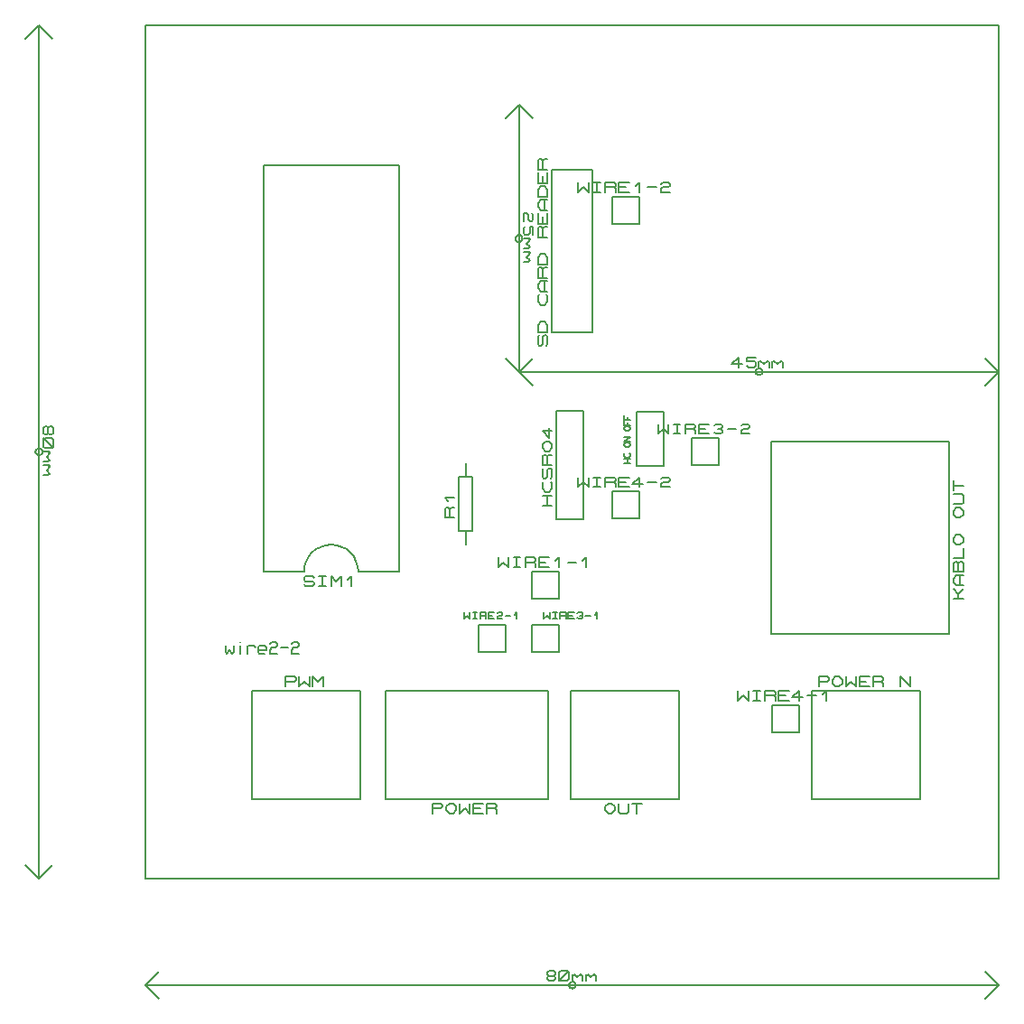
<source format=gbr>
G04 PROTEUS GERBER X2 FILE*
%TF.GenerationSoftware,Labcenter,Proteus,8.10-SP3-Build29560*%
%TF.CreationDate,2022-03-23T18:48:53+00:00*%
%TF.FileFunction,Legend,Top*%
%TF.FilePolarity,Positive*%
%TF.Part,Single*%
%TF.SameCoordinates,{eb7d761e-84b3-45e6-87e7-5047ee7461e7}*%
%FSLAX45Y45*%
%MOMM*%
G01*
%TA.AperFunction,Profile*%
%ADD16C,0.203200*%
%TA.AperFunction,NonMaterial*%
%ADD71C,0.203200*%
%TA.AperFunction,Material*%
%ADD20C,0.203200*%
%TD.AperFunction*%
D16*
X-12750000Y+3250000D02*
X-4750000Y+3250000D01*
X-4750000Y+11250000D01*
X-12750000Y+11250000D01*
X-12750000Y+3250000D01*
D71*
X-13750000Y+11250000D02*
X-13750000Y+3250000D01*
X-13750000Y+11250000D02*
X-13877000Y+11123000D01*
X-13750000Y+11250000D02*
X-13623000Y+11123000D01*
X-13750000Y+3250000D02*
X-13623000Y+3377000D01*
X-13750000Y+3250000D02*
X-13877000Y+3377000D01*
X-13718250Y+7250000D02*
X-13718359Y+7252634D01*
X-13719249Y+7257903D01*
X-13721111Y+7263172D01*
X-13724154Y+7268441D01*
X-13728809Y+7273643D01*
X-13734078Y+7277469D01*
X-13739347Y+7279909D01*
X-13744616Y+7281290D01*
X-13749885Y+7281750D01*
X-13750000Y+7281750D01*
X-13781750Y+7250000D02*
X-13781641Y+7252634D01*
X-13780751Y+7257903D01*
X-13778889Y+7263172D01*
X-13775846Y+7268441D01*
X-13771191Y+7273643D01*
X-13765922Y+7277469D01*
X-13760653Y+7279909D01*
X-13755384Y+7281290D01*
X-13750115Y+7281750D01*
X-13750000Y+7281750D01*
X-13781750Y+7250000D02*
X-13781641Y+7247366D01*
X-13780751Y+7242097D01*
X-13778889Y+7236828D01*
X-13775846Y+7231559D01*
X-13771191Y+7226357D01*
X-13765922Y+7222531D01*
X-13760653Y+7220091D01*
X-13755384Y+7218710D01*
X-13750115Y+7218250D01*
X-13750000Y+7218250D01*
X-13718250Y+7250000D02*
X-13718359Y+7247366D01*
X-13719249Y+7242097D01*
X-13721111Y+7236828D01*
X-13724154Y+7231559D01*
X-13728809Y+7226357D01*
X-13734078Y+7222531D01*
X-13739347Y+7220091D01*
X-13744616Y+7218710D01*
X-13749885Y+7218250D01*
X-13750000Y+7218250D01*
X-13663640Y+7472250D02*
X-13648400Y+7488125D01*
X-13633160Y+7488125D01*
X-13617920Y+7472250D01*
X-13617920Y+7424625D01*
X-13633160Y+7408750D01*
X-13648400Y+7408750D01*
X-13663640Y+7424625D01*
X-13663640Y+7472250D01*
X-13678880Y+7488125D01*
X-13694120Y+7488125D01*
X-13709360Y+7472250D01*
X-13709360Y+7424625D01*
X-13694120Y+7408750D01*
X-13678880Y+7408750D01*
X-13663640Y+7424625D01*
X-13694120Y+7377000D02*
X-13633160Y+7377000D01*
X-13617920Y+7361125D01*
X-13617920Y+7297625D01*
X-13633160Y+7281750D01*
X-13694120Y+7281750D01*
X-13709360Y+7297625D01*
X-13709360Y+7361125D01*
X-13694120Y+7377000D01*
X-13709360Y+7377000D02*
X-13617920Y+7281750D01*
X-13709360Y+7250000D02*
X-13648400Y+7250000D01*
X-13663640Y+7250000D02*
X-13648400Y+7234125D01*
X-13678880Y+7202375D01*
X-13648400Y+7170625D01*
X-13663640Y+7154750D01*
X-13709360Y+7154750D01*
X-13709360Y+7123000D02*
X-13648400Y+7123000D01*
X-13663640Y+7123000D02*
X-13648400Y+7107125D01*
X-13678880Y+7075375D01*
X-13648400Y+7043625D01*
X-13663640Y+7027750D01*
X-13709360Y+7027750D01*
D20*
X-11012000Y+6377000D02*
X-11063752Y+6371920D01*
X-11111695Y+6357315D01*
X-11154875Y+6334138D01*
X-11192340Y+6303340D01*
X-11223138Y+6265875D01*
X-11246315Y+6222695D01*
X-11260920Y+6174752D01*
X-11266000Y+6123000D01*
X-11012000Y+6377000D02*
X-10959518Y+6371920D01*
X-10911234Y+6357315D01*
X-10868009Y+6334138D01*
X-10830708Y+6303340D01*
X-10800193Y+6265875D01*
X-10777328Y+6222695D01*
X-10762976Y+6174752D01*
X-10758000Y+6123000D01*
X-11266000Y+6123000D02*
X-11647000Y+6123000D01*
X-11647000Y+9933000D02*
X-10377000Y+9933000D01*
X-10377000Y+6123000D02*
X-10758000Y+6123000D01*
X-11647000Y+6123000D02*
X-11647000Y+9933000D01*
X-10377000Y+6123000D02*
X-10377000Y+9933000D01*
X-11266000Y+6006160D02*
X-11250125Y+5990920D01*
X-11186625Y+5990920D01*
X-11170750Y+6006160D01*
X-11170750Y+6021400D01*
X-11186625Y+6036640D01*
X-11250125Y+6036640D01*
X-11266000Y+6051880D01*
X-11266000Y+6067120D01*
X-11250125Y+6082360D01*
X-11186625Y+6082360D01*
X-11170750Y+6067120D01*
X-11123125Y+6082360D02*
X-11059625Y+6082360D01*
X-11091375Y+6082360D02*
X-11091375Y+5990920D01*
X-11123125Y+5990920D02*
X-11059625Y+5990920D01*
X-11012000Y+5990920D02*
X-11012000Y+6082360D01*
X-10964375Y+6036640D01*
X-10916750Y+6082360D01*
X-10916750Y+5990920D01*
X-10853250Y+6051880D02*
X-10821500Y+6082360D01*
X-10821500Y+5990920D01*
X-8940500Y+8373000D02*
X-8559500Y+8373000D01*
X-8559500Y+9897000D01*
X-8940500Y+9897000D01*
X-8940500Y+8373000D01*
X-8996380Y+8246000D02*
X-8981140Y+8261875D01*
X-8981140Y+8325375D01*
X-8996380Y+8341250D01*
X-9011620Y+8341250D01*
X-9026860Y+8325375D01*
X-9026860Y+8261875D01*
X-9042100Y+8246000D01*
X-9057340Y+8246000D01*
X-9072580Y+8261875D01*
X-9072580Y+8325375D01*
X-9057340Y+8341250D01*
X-8981140Y+8373000D02*
X-9072580Y+8373000D01*
X-9072580Y+8436500D01*
X-9042100Y+8468250D01*
X-9011620Y+8468250D01*
X-8981140Y+8436500D01*
X-8981140Y+8373000D01*
X-8996380Y+8722250D02*
X-8981140Y+8706375D01*
X-8981140Y+8658750D01*
X-9011620Y+8627000D01*
X-9042100Y+8627000D01*
X-9072580Y+8658750D01*
X-9072580Y+8706375D01*
X-9057340Y+8722250D01*
X-8981140Y+8754000D02*
X-9042100Y+8754000D01*
X-9072580Y+8785750D01*
X-9072580Y+8817500D01*
X-9042100Y+8849250D01*
X-8981140Y+8849250D01*
X-9011620Y+8754000D02*
X-9011620Y+8849250D01*
X-8981140Y+8881000D02*
X-9072580Y+8881000D01*
X-9072580Y+8960375D01*
X-9057340Y+8976250D01*
X-9042100Y+8976250D01*
X-9026860Y+8960375D01*
X-9026860Y+8881000D01*
X-9026860Y+8960375D02*
X-9011620Y+8976250D01*
X-8981140Y+8976250D01*
X-8981140Y+9008000D02*
X-9072580Y+9008000D01*
X-9072580Y+9071500D01*
X-9042100Y+9103250D01*
X-9011620Y+9103250D01*
X-8981140Y+9071500D01*
X-8981140Y+9008000D01*
X-8981140Y+9262000D02*
X-9072580Y+9262000D01*
X-9072580Y+9341375D01*
X-9057340Y+9357250D01*
X-9042100Y+9357250D01*
X-9026860Y+9341375D01*
X-9026860Y+9262000D01*
X-9026860Y+9341375D02*
X-9011620Y+9357250D01*
X-8981140Y+9357250D01*
X-8981140Y+9484250D02*
X-8981140Y+9389000D01*
X-9072580Y+9389000D01*
X-9072580Y+9484250D01*
X-9026860Y+9389000D02*
X-9026860Y+9452500D01*
X-8981140Y+9516000D02*
X-9042100Y+9516000D01*
X-9072580Y+9547750D01*
X-9072580Y+9579500D01*
X-9042100Y+9611250D01*
X-8981140Y+9611250D01*
X-9011620Y+9516000D02*
X-9011620Y+9611250D01*
X-8981140Y+9643000D02*
X-9072580Y+9643000D01*
X-9072580Y+9706500D01*
X-9042100Y+9738250D01*
X-9011620Y+9738250D01*
X-8981140Y+9706500D01*
X-8981140Y+9643000D01*
X-8981140Y+9865250D02*
X-8981140Y+9770000D01*
X-9072580Y+9770000D01*
X-9072580Y+9865250D01*
X-9026860Y+9770000D02*
X-9026860Y+9833500D01*
X-8981140Y+9897000D02*
X-9072580Y+9897000D01*
X-9072580Y+9976375D01*
X-9057340Y+9992250D01*
X-9042100Y+9992250D01*
X-9026860Y+9976375D01*
X-9026860Y+9897000D01*
X-9026860Y+9976375D02*
X-9011620Y+9992250D01*
X-8981140Y+9992250D01*
X-9750000Y+6377000D02*
X-9750000Y+6504000D01*
X-9813500Y+6504000D02*
X-9686500Y+6504000D01*
X-9686500Y+7012000D01*
X-9813500Y+7012000D01*
X-9813500Y+6504000D01*
X-9750000Y+7012000D02*
X-9750000Y+7139000D01*
X-9854140Y+6631000D02*
X-9945580Y+6631000D01*
X-9945580Y+6710375D01*
X-9930340Y+6726250D01*
X-9915100Y+6726250D01*
X-9899860Y+6710375D01*
X-9899860Y+6631000D01*
X-9899860Y+6710375D02*
X-9884620Y+6726250D01*
X-9854140Y+6726250D01*
X-9915100Y+6789750D02*
X-9945580Y+6821500D01*
X-9854140Y+6821500D01*
X-8898000Y+6619000D02*
X-8644000Y+6619000D01*
X-8644000Y+7635000D01*
X-8898000Y+7635000D01*
X-8898000Y+6619000D01*
X-8938640Y+6746000D02*
X-9030080Y+6746000D01*
X-9030080Y+6841250D02*
X-8938640Y+6841250D01*
X-8984360Y+6746000D02*
X-8984360Y+6841250D01*
X-8953880Y+6968250D02*
X-8938640Y+6952375D01*
X-8938640Y+6904750D01*
X-8969120Y+6873000D01*
X-8999600Y+6873000D01*
X-9030080Y+6904750D01*
X-9030080Y+6952375D01*
X-9014840Y+6968250D01*
X-8953880Y+7000000D02*
X-8938640Y+7015875D01*
X-8938640Y+7079375D01*
X-8953880Y+7095250D01*
X-8969120Y+7095250D01*
X-8984360Y+7079375D01*
X-8984360Y+7015875D01*
X-8999600Y+7000000D01*
X-9014840Y+7000000D01*
X-9030080Y+7015875D01*
X-9030080Y+7079375D01*
X-9014840Y+7095250D01*
X-8938640Y+7127000D02*
X-9030080Y+7127000D01*
X-9030080Y+7206375D01*
X-9014840Y+7222250D01*
X-8999600Y+7222250D01*
X-8984360Y+7206375D01*
X-8984360Y+7127000D01*
X-8984360Y+7206375D02*
X-8969120Y+7222250D01*
X-8938640Y+7222250D01*
X-8999600Y+7254000D02*
X-9030080Y+7285750D01*
X-9030080Y+7317500D01*
X-8999600Y+7349250D01*
X-8969120Y+7349250D01*
X-8938640Y+7317500D01*
X-8938640Y+7285750D01*
X-8969120Y+7254000D01*
X-8999600Y+7254000D01*
X-8969120Y+7476250D02*
X-8969120Y+7381000D01*
X-9030080Y+7444500D01*
X-8938640Y+7444500D01*
X-6504000Y+5008000D02*
X-6504000Y+3992000D01*
X-5488000Y+5008000D02*
X-5488000Y+3992000D01*
X-6504000Y+3992000D02*
X-5488000Y+3992000D01*
X-6504000Y+5008000D02*
X-5488000Y+5008000D01*
X-6440500Y+5048640D02*
X-6440500Y+5140080D01*
X-6361125Y+5140080D01*
X-6345250Y+5124840D01*
X-6345250Y+5109600D01*
X-6361125Y+5094360D01*
X-6440500Y+5094360D01*
X-6313500Y+5109600D02*
X-6281750Y+5140080D01*
X-6250000Y+5140080D01*
X-6218250Y+5109600D01*
X-6218250Y+5079120D01*
X-6250000Y+5048640D01*
X-6281750Y+5048640D01*
X-6313500Y+5079120D01*
X-6313500Y+5109600D01*
X-6186500Y+5140080D02*
X-6186500Y+5048640D01*
X-6138875Y+5094360D01*
X-6091250Y+5048640D01*
X-6091250Y+5140080D01*
X-5964250Y+5048640D02*
X-6059500Y+5048640D01*
X-6059500Y+5140080D01*
X-5964250Y+5140080D01*
X-6059500Y+5094360D02*
X-5996000Y+5094360D01*
X-5932500Y+5048640D02*
X-5932500Y+5140080D01*
X-5853125Y+5140080D01*
X-5837250Y+5124840D01*
X-5837250Y+5109600D01*
X-5853125Y+5094360D01*
X-5932500Y+5094360D01*
X-5853125Y+5094360D02*
X-5837250Y+5079120D01*
X-5837250Y+5048640D01*
X-5678500Y+5048640D02*
X-5678500Y+5140080D01*
X-5583250Y+5048640D01*
X-5583250Y+5140080D01*
X-11754000Y+5008000D02*
X-11754000Y+3992000D01*
X-10738000Y+5008000D02*
X-10738000Y+3992000D01*
X-11754000Y+3992000D02*
X-10738000Y+3992000D01*
X-11754000Y+5008000D02*
X-10738000Y+5008000D01*
X-11436500Y+5048640D02*
X-11436500Y+5140080D01*
X-11357125Y+5140080D01*
X-11341250Y+5124840D01*
X-11341250Y+5109600D01*
X-11357125Y+5094360D01*
X-11436500Y+5094360D01*
X-11309500Y+5140080D02*
X-11309500Y+5048640D01*
X-11261875Y+5094360D01*
X-11214250Y+5048640D01*
X-11214250Y+5140080D01*
X-11182500Y+5048640D02*
X-11182500Y+5140080D01*
X-11134875Y+5094360D01*
X-11087250Y+5140080D01*
X-11087250Y+5048640D01*
X-7746000Y+3992000D02*
X-7746000Y+5008000D01*
X-8762000Y+3992000D02*
X-8762000Y+5008000D01*
X-7746000Y+5008000D02*
X-8762000Y+5008000D01*
X-7746000Y+3992000D02*
X-8762000Y+3992000D01*
X-8444500Y+3920880D02*
X-8412750Y+3951360D01*
X-8381000Y+3951360D01*
X-8349250Y+3920880D01*
X-8349250Y+3890400D01*
X-8381000Y+3859920D01*
X-8412750Y+3859920D01*
X-8444500Y+3890400D01*
X-8444500Y+3920880D01*
X-8317500Y+3951360D02*
X-8317500Y+3875160D01*
X-8301625Y+3859920D01*
X-8238125Y+3859920D01*
X-8222250Y+3875160D01*
X-8222250Y+3951360D01*
X-8190500Y+3951360D02*
X-8095250Y+3951360D01*
X-8142875Y+3951360D02*
X-8142875Y+3859920D01*
D71*
X-9250000Y+10500000D02*
X-9250000Y+8000000D01*
X-9250000Y+10500000D02*
X-9377000Y+10373000D01*
X-9250000Y+10500000D02*
X-9123000Y+10373000D01*
X-9250000Y+8000000D02*
X-9123000Y+8127000D01*
X-9250000Y+8000000D02*
X-9377000Y+8127000D01*
X-9218250Y+9250000D02*
X-9218359Y+9252634D01*
X-9219249Y+9257903D01*
X-9221111Y+9263172D01*
X-9224154Y+9268441D01*
X-9228809Y+9273643D01*
X-9234078Y+9277469D01*
X-9239347Y+9279909D01*
X-9244616Y+9281290D01*
X-9249885Y+9281750D01*
X-9250000Y+9281750D01*
X-9281750Y+9250000D02*
X-9281641Y+9252634D01*
X-9280751Y+9257903D01*
X-9278889Y+9263172D01*
X-9275846Y+9268441D01*
X-9271191Y+9273643D01*
X-9265922Y+9277469D01*
X-9260653Y+9279909D01*
X-9255384Y+9281290D01*
X-9250115Y+9281750D01*
X-9250000Y+9281750D01*
X-9281750Y+9250000D02*
X-9281641Y+9247366D01*
X-9280751Y+9242097D01*
X-9278889Y+9236828D01*
X-9275846Y+9231559D01*
X-9271191Y+9226357D01*
X-9265922Y+9222531D01*
X-9260653Y+9220091D01*
X-9255384Y+9218710D01*
X-9250115Y+9218250D01*
X-9250000Y+9218250D01*
X-9218250Y+9250000D02*
X-9218359Y+9247366D01*
X-9219249Y+9242097D01*
X-9221111Y+9236828D01*
X-9224154Y+9231559D01*
X-9228809Y+9226357D01*
X-9234078Y+9222531D01*
X-9239347Y+9220091D01*
X-9244616Y+9218710D01*
X-9249885Y+9218250D01*
X-9250000Y+9218250D01*
X-9133160Y+9488125D02*
X-9117920Y+9472250D01*
X-9117920Y+9424625D01*
X-9133160Y+9408750D01*
X-9148400Y+9408750D01*
X-9163640Y+9424625D01*
X-9163640Y+9472250D01*
X-9178880Y+9488125D01*
X-9209360Y+9488125D01*
X-9209360Y+9408750D01*
X-9117920Y+9281750D02*
X-9117920Y+9361125D01*
X-9148400Y+9361125D01*
X-9148400Y+9297625D01*
X-9163640Y+9281750D01*
X-9194120Y+9281750D01*
X-9209360Y+9297625D01*
X-9209360Y+9345250D01*
X-9194120Y+9361125D01*
X-9209360Y+9250000D02*
X-9148400Y+9250000D01*
X-9163640Y+9250000D02*
X-9148400Y+9234125D01*
X-9178880Y+9202375D01*
X-9148400Y+9170625D01*
X-9163640Y+9154750D01*
X-9209360Y+9154750D01*
X-9209360Y+9123000D02*
X-9148400Y+9123000D01*
X-9163640Y+9123000D02*
X-9148400Y+9107125D01*
X-9178880Y+9075375D01*
X-9148400Y+9043625D01*
X-9163640Y+9027750D01*
X-9209360Y+9027750D01*
X-9250000Y+8000000D02*
X-4750000Y+8000000D01*
X-9250000Y+8000000D02*
X-9123000Y+7873000D01*
X-9250000Y+8000000D02*
X-9123000Y+8127000D01*
X-4750000Y+8000000D02*
X-4877000Y+8127000D01*
X-4750000Y+8000000D02*
X-4877000Y+7873000D01*
X-6968250Y+8000000D02*
X-6968359Y+8002634D01*
X-6969249Y+8007903D01*
X-6971111Y+8013172D01*
X-6974154Y+8018441D01*
X-6978809Y+8023643D01*
X-6984078Y+8027469D01*
X-6989347Y+8029909D01*
X-6994616Y+8031290D01*
X-6999885Y+8031750D01*
X-7000000Y+8031750D01*
X-7031750Y+8000000D02*
X-7031641Y+8002634D01*
X-7030751Y+8007903D01*
X-7028889Y+8013172D01*
X-7025846Y+8018441D01*
X-7021191Y+8023643D01*
X-7015922Y+8027469D01*
X-7010653Y+8029909D01*
X-7005384Y+8031290D01*
X-7000115Y+8031750D01*
X-7000000Y+8031750D01*
X-7031750Y+8000000D02*
X-7031641Y+7997366D01*
X-7030751Y+7992097D01*
X-7028889Y+7986828D01*
X-7025846Y+7981559D01*
X-7021191Y+7976357D01*
X-7015922Y+7972531D01*
X-7010653Y+7970091D01*
X-7005384Y+7968710D01*
X-7000115Y+7968250D01*
X-7000000Y+7968250D01*
X-6968250Y+8000000D02*
X-6968359Y+7997366D01*
X-6969249Y+7992097D01*
X-6971111Y+7986828D01*
X-6974154Y+7981559D01*
X-6978809Y+7976357D01*
X-6984078Y+7972531D01*
X-6989347Y+7970091D01*
X-6994616Y+7968710D01*
X-6999885Y+7968250D01*
X-7000000Y+7968250D01*
X-7158750Y+8071120D02*
X-7254000Y+8071120D01*
X-7190500Y+8132080D01*
X-7190500Y+8040640D01*
X-7031750Y+8132080D02*
X-7111125Y+8132080D01*
X-7111125Y+8101600D01*
X-7047625Y+8101600D01*
X-7031750Y+8086360D01*
X-7031750Y+8055880D01*
X-7047625Y+8040640D01*
X-7095250Y+8040640D01*
X-7111125Y+8055880D01*
X-7000000Y+8040640D02*
X-7000000Y+8101600D01*
X-7000000Y+8086360D02*
X-6984125Y+8101600D01*
X-6952375Y+8071120D01*
X-6920625Y+8101600D01*
X-6904750Y+8086360D01*
X-6904750Y+8040640D01*
X-6873000Y+8040640D02*
X-6873000Y+8101600D01*
X-6873000Y+8086360D02*
X-6857125Y+8101600D01*
X-6825375Y+8071120D01*
X-6793625Y+8101600D01*
X-6777750Y+8086360D01*
X-6777750Y+8040640D01*
D20*
X-8980000Y+3992000D02*
X-8980000Y+5008000D01*
X-10504000Y+3992000D02*
X-10504000Y+5008000D01*
X-8980000Y+5008000D02*
X-10504000Y+5008000D01*
X-10504000Y+3992000D02*
X-8980000Y+3992000D01*
X-10059500Y+3859920D02*
X-10059500Y+3951360D01*
X-9980125Y+3951360D01*
X-9964250Y+3936120D01*
X-9964250Y+3920880D01*
X-9980125Y+3905640D01*
X-10059500Y+3905640D01*
X-9932500Y+3920880D02*
X-9900750Y+3951360D01*
X-9869000Y+3951360D01*
X-9837250Y+3920880D01*
X-9837250Y+3890400D01*
X-9869000Y+3859920D01*
X-9900750Y+3859920D01*
X-9932500Y+3890400D01*
X-9932500Y+3920880D01*
X-9805500Y+3951360D02*
X-9805500Y+3859920D01*
X-9757875Y+3905640D01*
X-9710250Y+3859920D01*
X-9710250Y+3951360D01*
X-9583250Y+3859920D02*
X-9678500Y+3859920D01*
X-9678500Y+3951360D01*
X-9583250Y+3951360D01*
X-9678500Y+3905640D02*
X-9615000Y+3905640D01*
X-9551500Y+3859920D02*
X-9551500Y+3951360D01*
X-9472125Y+3951360D01*
X-9456250Y+3936120D01*
X-9456250Y+3920880D01*
X-9472125Y+3905640D01*
X-9551500Y+3905640D01*
X-9472125Y+3905640D02*
X-9456250Y+3890400D01*
X-9456250Y+3859920D01*
X-8148000Y+7119000D02*
X-7894000Y+7119000D01*
X-7894000Y+7627000D01*
X-8148000Y+7627000D01*
X-8148000Y+7119000D01*
X-8203880Y+7144400D02*
X-8264840Y+7144400D01*
X-8264840Y+7182500D02*
X-8203880Y+7182500D01*
X-8234360Y+7144400D02*
X-8234360Y+7182500D01*
X-8214040Y+7233300D02*
X-8203880Y+7226950D01*
X-8203880Y+7207900D01*
X-8224200Y+7195200D01*
X-8244520Y+7195200D01*
X-8264840Y+7207900D01*
X-8264840Y+7226950D01*
X-8254680Y+7233300D01*
X-8244520Y+7296800D02*
X-8264840Y+7309500D01*
X-8264840Y+7322200D01*
X-8244520Y+7334900D01*
X-8224200Y+7334900D01*
X-8203880Y+7322200D01*
X-8203880Y+7309500D01*
X-8224200Y+7296800D01*
X-8244520Y+7296800D01*
X-8203880Y+7347600D02*
X-8264840Y+7347600D01*
X-8203880Y+7385700D01*
X-8264840Y+7385700D01*
X-8244520Y+7449200D02*
X-8264840Y+7461900D01*
X-8264840Y+7474600D01*
X-8244520Y+7487300D01*
X-8224200Y+7487300D01*
X-8203880Y+7474600D01*
X-8203880Y+7461900D01*
X-8224200Y+7449200D01*
X-8244520Y+7449200D01*
X-8203880Y+7500000D02*
X-8264840Y+7500000D01*
X-8264840Y+7538100D01*
X-8234360Y+7500000D02*
X-8234360Y+7525400D01*
X-8203880Y+7550800D02*
X-8264840Y+7550800D01*
X-8264840Y+7588900D01*
X-8234360Y+7550800D02*
X-8234360Y+7576200D01*
X-6883540Y+5537720D02*
X-5217300Y+5537720D01*
X-5217300Y+7341120D01*
X-6883540Y+7341120D01*
X-6883540Y+5537720D01*
X-5176660Y+5867920D02*
X-5085220Y+5867920D01*
X-5176660Y+5963170D02*
X-5130940Y+5915545D01*
X-5085220Y+5963170D01*
X-5130940Y+5867920D02*
X-5130940Y+5915545D01*
X-5085220Y+5994920D02*
X-5146180Y+5994920D01*
X-5176660Y+6026670D01*
X-5176660Y+6058420D01*
X-5146180Y+6090170D01*
X-5085220Y+6090170D01*
X-5115700Y+5994920D02*
X-5115700Y+6090170D01*
X-5085220Y+6121920D02*
X-5176660Y+6121920D01*
X-5176660Y+6201295D01*
X-5161420Y+6217170D01*
X-5146180Y+6217170D01*
X-5130940Y+6201295D01*
X-5115700Y+6217170D01*
X-5100460Y+6217170D01*
X-5085220Y+6201295D01*
X-5085220Y+6121920D01*
X-5130940Y+6121920D02*
X-5130940Y+6201295D01*
X-5176660Y+6248920D02*
X-5085220Y+6248920D01*
X-5085220Y+6344170D01*
X-5146180Y+6375920D02*
X-5176660Y+6407670D01*
X-5176660Y+6439420D01*
X-5146180Y+6471170D01*
X-5115700Y+6471170D01*
X-5085220Y+6439420D01*
X-5085220Y+6407670D01*
X-5115700Y+6375920D01*
X-5146180Y+6375920D01*
X-5146180Y+6629920D02*
X-5176660Y+6661670D01*
X-5176660Y+6693420D01*
X-5146180Y+6725170D01*
X-5115700Y+6725170D01*
X-5085220Y+6693420D01*
X-5085220Y+6661670D01*
X-5115700Y+6629920D01*
X-5146180Y+6629920D01*
X-5176660Y+6756920D02*
X-5100460Y+6756920D01*
X-5085220Y+6772795D01*
X-5085220Y+6836295D01*
X-5100460Y+6852170D01*
X-5176660Y+6852170D01*
X-5176660Y+6883920D02*
X-5176660Y+6979170D01*
X-5176660Y+6931545D02*
X-5085220Y+6931545D01*
X-9627000Y+5373000D02*
X-9373000Y+5373000D01*
X-9373000Y+5627000D01*
X-9627000Y+5627000D01*
X-9627000Y+5373000D01*
X-9766700Y+5743840D02*
X-9766700Y+5682880D01*
X-9738125Y+5713360D01*
X-9709550Y+5682880D01*
X-9709550Y+5743840D01*
X-9680975Y+5743840D02*
X-9642875Y+5743840D01*
X-9661925Y+5743840D02*
X-9661925Y+5682880D01*
X-9680975Y+5682880D02*
X-9642875Y+5682880D01*
X-9614300Y+5682880D02*
X-9614300Y+5743840D01*
X-9566675Y+5743840D01*
X-9557150Y+5733680D01*
X-9557150Y+5723520D01*
X-9566675Y+5713360D01*
X-9614300Y+5713360D01*
X-9566675Y+5713360D02*
X-9557150Y+5703200D01*
X-9557150Y+5682880D01*
X-9480950Y+5682880D02*
X-9538100Y+5682880D01*
X-9538100Y+5743840D01*
X-9480950Y+5743840D01*
X-9538100Y+5713360D02*
X-9500000Y+5713360D01*
X-9452375Y+5733680D02*
X-9442850Y+5743840D01*
X-9414275Y+5743840D01*
X-9404750Y+5733680D01*
X-9404750Y+5723520D01*
X-9414275Y+5713360D01*
X-9442850Y+5713360D01*
X-9452375Y+5703200D01*
X-9452375Y+5682880D01*
X-9404750Y+5682880D01*
X-9376175Y+5713360D02*
X-9328550Y+5713360D01*
X-9290450Y+5723520D02*
X-9271400Y+5743840D01*
X-9271400Y+5682880D01*
X-8377000Y+9389000D02*
X-8123000Y+9389000D01*
X-8123000Y+9643000D01*
X-8377000Y+9643000D01*
X-8377000Y+9389000D01*
X-8694500Y+9775080D02*
X-8694500Y+9683640D01*
X-8646875Y+9729360D01*
X-8599250Y+9683640D01*
X-8599250Y+9775080D01*
X-8551625Y+9775080D02*
X-8488125Y+9775080D01*
X-8519875Y+9775080D02*
X-8519875Y+9683640D01*
X-8551625Y+9683640D02*
X-8488125Y+9683640D01*
X-8440500Y+9683640D02*
X-8440500Y+9775080D01*
X-8361125Y+9775080D01*
X-8345250Y+9759840D01*
X-8345250Y+9744600D01*
X-8361125Y+9729360D01*
X-8440500Y+9729360D01*
X-8361125Y+9729360D02*
X-8345250Y+9714120D01*
X-8345250Y+9683640D01*
X-8218250Y+9683640D02*
X-8313500Y+9683640D01*
X-8313500Y+9775080D01*
X-8218250Y+9775080D01*
X-8313500Y+9729360D02*
X-8250000Y+9729360D01*
X-8154750Y+9744600D02*
X-8123000Y+9775080D01*
X-8123000Y+9683640D01*
X-8043625Y+9729360D02*
X-7964250Y+9729360D01*
X-7916625Y+9759840D02*
X-7900750Y+9775080D01*
X-7853125Y+9775080D01*
X-7837250Y+9759840D01*
X-7837250Y+9744600D01*
X-7853125Y+9729360D01*
X-7900750Y+9729360D01*
X-7916625Y+9714120D01*
X-7916625Y+9683640D01*
X-7837250Y+9683640D01*
X-12000000Y+5428880D02*
X-12000000Y+5375540D01*
X-11987300Y+5357760D01*
X-11961900Y+5393320D01*
X-11936500Y+5357760D01*
X-11923800Y+5375540D01*
X-11923800Y+5428880D01*
X-11860300Y+5428880D02*
X-11860300Y+5357760D01*
X-11860300Y+5464440D02*
X-11860300Y+5464440D01*
X-11796800Y+5357760D02*
X-11796800Y+5428880D01*
X-11796800Y+5411100D02*
X-11784100Y+5428880D01*
X-11733300Y+5428880D01*
X-11720600Y+5411100D01*
X-11695200Y+5393320D02*
X-11619000Y+5393320D01*
X-11619000Y+5411100D01*
X-11631700Y+5428880D01*
X-11682500Y+5428880D01*
X-11695200Y+5411100D01*
X-11695200Y+5375540D01*
X-11682500Y+5357760D01*
X-11631700Y+5357760D01*
X-11580900Y+5446660D02*
X-11568200Y+5464440D01*
X-11530100Y+5464440D01*
X-11517400Y+5446660D01*
X-11517400Y+5428880D01*
X-11530100Y+5411100D01*
X-11568200Y+5411100D01*
X-11580900Y+5393320D01*
X-11580900Y+5357760D01*
X-11517400Y+5357760D01*
X-11479300Y+5411100D02*
X-11415800Y+5411100D01*
X-11377700Y+5446660D02*
X-11365000Y+5464440D01*
X-11326900Y+5464440D01*
X-11314200Y+5446660D01*
X-11314200Y+5428880D01*
X-11326900Y+5411100D01*
X-11365000Y+5411100D01*
X-11377700Y+5393320D01*
X-11377700Y+5357760D01*
X-11314200Y+5357760D01*
X-9127000Y+5373000D02*
X-8873000Y+5373000D01*
X-8873000Y+5627000D01*
X-9127000Y+5627000D01*
X-9127000Y+5373000D01*
X-9016700Y+5743840D02*
X-9016700Y+5682880D01*
X-8988125Y+5713360D01*
X-8959550Y+5682880D01*
X-8959550Y+5743840D01*
X-8930975Y+5743840D02*
X-8892875Y+5743840D01*
X-8911925Y+5743840D02*
X-8911925Y+5682880D01*
X-8930975Y+5682880D02*
X-8892875Y+5682880D01*
X-8864300Y+5682880D02*
X-8864300Y+5743840D01*
X-8816675Y+5743840D01*
X-8807150Y+5733680D01*
X-8807150Y+5723520D01*
X-8816675Y+5713360D01*
X-8864300Y+5713360D01*
X-8816675Y+5713360D02*
X-8807150Y+5703200D01*
X-8807150Y+5682880D01*
X-8730950Y+5682880D02*
X-8788100Y+5682880D01*
X-8788100Y+5743840D01*
X-8730950Y+5743840D01*
X-8788100Y+5713360D02*
X-8750000Y+5713360D01*
X-8702375Y+5733680D02*
X-8692850Y+5743840D01*
X-8664275Y+5743840D01*
X-8654750Y+5733680D01*
X-8654750Y+5723520D01*
X-8664275Y+5713360D01*
X-8654750Y+5703200D01*
X-8654750Y+5693040D01*
X-8664275Y+5682880D01*
X-8692850Y+5682880D01*
X-8702375Y+5693040D01*
X-8683325Y+5713360D02*
X-8664275Y+5713360D01*
X-8626175Y+5713360D02*
X-8578550Y+5713360D01*
X-8540450Y+5723520D02*
X-8521400Y+5743840D01*
X-8521400Y+5682880D01*
X-9127000Y+5873000D02*
X-8873000Y+5873000D01*
X-8873000Y+6127000D01*
X-9127000Y+6127000D01*
X-9127000Y+5873000D01*
X-9444500Y+6259080D02*
X-9444500Y+6167640D01*
X-9396875Y+6213360D01*
X-9349250Y+6167640D01*
X-9349250Y+6259080D01*
X-9301625Y+6259080D02*
X-9238125Y+6259080D01*
X-9269875Y+6259080D02*
X-9269875Y+6167640D01*
X-9301625Y+6167640D02*
X-9238125Y+6167640D01*
X-9190500Y+6167640D02*
X-9190500Y+6259080D01*
X-9111125Y+6259080D01*
X-9095250Y+6243840D01*
X-9095250Y+6228600D01*
X-9111125Y+6213360D01*
X-9190500Y+6213360D01*
X-9111125Y+6213360D02*
X-9095250Y+6198120D01*
X-9095250Y+6167640D01*
X-8968250Y+6167640D02*
X-9063500Y+6167640D01*
X-9063500Y+6259080D01*
X-8968250Y+6259080D01*
X-9063500Y+6213360D02*
X-9000000Y+6213360D01*
X-8904750Y+6228600D02*
X-8873000Y+6259080D01*
X-8873000Y+6167640D01*
X-8793625Y+6213360D02*
X-8714250Y+6213360D01*
X-8650750Y+6228600D02*
X-8619000Y+6259080D01*
X-8619000Y+6167640D01*
X-7627000Y+7123000D02*
X-7373000Y+7123000D01*
X-7373000Y+7377000D01*
X-7627000Y+7377000D01*
X-7627000Y+7123000D01*
X-7944500Y+7509080D02*
X-7944500Y+7417640D01*
X-7896875Y+7463360D01*
X-7849250Y+7417640D01*
X-7849250Y+7509080D01*
X-7801625Y+7509080D02*
X-7738125Y+7509080D01*
X-7769875Y+7509080D02*
X-7769875Y+7417640D01*
X-7801625Y+7417640D02*
X-7738125Y+7417640D01*
X-7690500Y+7417640D02*
X-7690500Y+7509080D01*
X-7611125Y+7509080D01*
X-7595250Y+7493840D01*
X-7595250Y+7478600D01*
X-7611125Y+7463360D01*
X-7690500Y+7463360D01*
X-7611125Y+7463360D02*
X-7595250Y+7448120D01*
X-7595250Y+7417640D01*
X-7468250Y+7417640D02*
X-7563500Y+7417640D01*
X-7563500Y+7509080D01*
X-7468250Y+7509080D01*
X-7563500Y+7463360D02*
X-7500000Y+7463360D01*
X-7420625Y+7493840D02*
X-7404750Y+7509080D01*
X-7357125Y+7509080D01*
X-7341250Y+7493840D01*
X-7341250Y+7478600D01*
X-7357125Y+7463360D01*
X-7341250Y+7448120D01*
X-7341250Y+7432880D01*
X-7357125Y+7417640D01*
X-7404750Y+7417640D01*
X-7420625Y+7432880D01*
X-7388875Y+7463360D02*
X-7357125Y+7463360D01*
X-7293625Y+7463360D02*
X-7214250Y+7463360D01*
X-7166625Y+7493840D02*
X-7150750Y+7509080D01*
X-7103125Y+7509080D01*
X-7087250Y+7493840D01*
X-7087250Y+7478600D01*
X-7103125Y+7463360D01*
X-7150750Y+7463360D01*
X-7166625Y+7448120D01*
X-7166625Y+7417640D01*
X-7087250Y+7417640D01*
X-6877000Y+4623000D02*
X-6623000Y+4623000D01*
X-6623000Y+4877000D01*
X-6877000Y+4877000D01*
X-6877000Y+4623000D01*
X-7194500Y+5009080D02*
X-7194500Y+4917640D01*
X-7146875Y+4963360D01*
X-7099250Y+4917640D01*
X-7099250Y+5009080D01*
X-7051625Y+5009080D02*
X-6988125Y+5009080D01*
X-7019875Y+5009080D02*
X-7019875Y+4917640D01*
X-7051625Y+4917640D02*
X-6988125Y+4917640D01*
X-6940500Y+4917640D02*
X-6940500Y+5009080D01*
X-6861125Y+5009080D01*
X-6845250Y+4993840D01*
X-6845250Y+4978600D01*
X-6861125Y+4963360D01*
X-6940500Y+4963360D01*
X-6861125Y+4963360D02*
X-6845250Y+4948120D01*
X-6845250Y+4917640D01*
X-6718250Y+4917640D02*
X-6813500Y+4917640D01*
X-6813500Y+5009080D01*
X-6718250Y+5009080D01*
X-6813500Y+4963360D02*
X-6750000Y+4963360D01*
X-6591250Y+4948120D02*
X-6686500Y+4948120D01*
X-6623000Y+5009080D01*
X-6623000Y+4917640D01*
X-6543625Y+4963360D02*
X-6464250Y+4963360D01*
X-6400750Y+4978600D02*
X-6369000Y+5009080D01*
X-6369000Y+4917640D01*
X-8377000Y+6623000D02*
X-8123000Y+6623000D01*
X-8123000Y+6877000D01*
X-8377000Y+6877000D01*
X-8377000Y+6623000D01*
X-8694500Y+7009080D02*
X-8694500Y+6917640D01*
X-8646875Y+6963360D01*
X-8599250Y+6917640D01*
X-8599250Y+7009080D01*
X-8551625Y+7009080D02*
X-8488125Y+7009080D01*
X-8519875Y+7009080D02*
X-8519875Y+6917640D01*
X-8551625Y+6917640D02*
X-8488125Y+6917640D01*
X-8440500Y+6917640D02*
X-8440500Y+7009080D01*
X-8361125Y+7009080D01*
X-8345250Y+6993840D01*
X-8345250Y+6978600D01*
X-8361125Y+6963360D01*
X-8440500Y+6963360D01*
X-8361125Y+6963360D02*
X-8345250Y+6948120D01*
X-8345250Y+6917640D01*
X-8218250Y+6917640D02*
X-8313500Y+6917640D01*
X-8313500Y+7009080D01*
X-8218250Y+7009080D01*
X-8313500Y+6963360D02*
X-8250000Y+6963360D01*
X-8091250Y+6948120D02*
X-8186500Y+6948120D01*
X-8123000Y+7009080D01*
X-8123000Y+6917640D01*
X-8043625Y+6963360D02*
X-7964250Y+6963360D01*
X-7916625Y+6993840D02*
X-7900750Y+7009080D01*
X-7853125Y+7009080D01*
X-7837250Y+6993840D01*
X-7837250Y+6978600D01*
X-7853125Y+6963360D01*
X-7900750Y+6963360D01*
X-7916625Y+6948120D01*
X-7916625Y+6917640D01*
X-7837250Y+6917640D01*
D71*
X-12750000Y+2250000D02*
X-4750000Y+2250000D01*
X-12750000Y+2250000D02*
X-12623000Y+2123000D01*
X-12750000Y+2250000D02*
X-12623000Y+2377000D01*
X-4750000Y+2250000D02*
X-4877000Y+2377000D01*
X-4750000Y+2250000D02*
X-4877000Y+2123000D01*
X-8718250Y+2250000D02*
X-8718359Y+2252634D01*
X-8719249Y+2257903D01*
X-8721111Y+2263172D01*
X-8724154Y+2268441D01*
X-8728809Y+2273643D01*
X-8734078Y+2277469D01*
X-8739347Y+2279909D01*
X-8744616Y+2281290D01*
X-8749885Y+2281750D01*
X-8750000Y+2281750D01*
X-8781750Y+2250000D02*
X-8781641Y+2252634D01*
X-8780751Y+2257903D01*
X-8778889Y+2263172D01*
X-8775846Y+2268441D01*
X-8771191Y+2273643D01*
X-8765922Y+2277469D01*
X-8760653Y+2279909D01*
X-8755384Y+2281290D01*
X-8750115Y+2281750D01*
X-8750000Y+2281750D01*
X-8781750Y+2250000D02*
X-8781641Y+2247366D01*
X-8780751Y+2242097D01*
X-8778889Y+2236828D01*
X-8775846Y+2231559D01*
X-8771191Y+2226357D01*
X-8765922Y+2222531D01*
X-8760653Y+2220091D01*
X-8755384Y+2218710D01*
X-8750115Y+2218250D01*
X-8750000Y+2218250D01*
X-8718250Y+2250000D02*
X-8718359Y+2247366D01*
X-8719249Y+2242097D01*
X-8721111Y+2236828D01*
X-8724154Y+2231559D01*
X-8728809Y+2226357D01*
X-8734078Y+2222531D01*
X-8739347Y+2220091D01*
X-8744616Y+2218710D01*
X-8749885Y+2218250D01*
X-8750000Y+2218250D01*
X-8972250Y+2336360D02*
X-8988125Y+2351600D01*
X-8988125Y+2366840D01*
X-8972250Y+2382080D01*
X-8924625Y+2382080D01*
X-8908750Y+2366840D01*
X-8908750Y+2351600D01*
X-8924625Y+2336360D01*
X-8972250Y+2336360D01*
X-8988125Y+2321120D01*
X-8988125Y+2305880D01*
X-8972250Y+2290640D01*
X-8924625Y+2290640D01*
X-8908750Y+2305880D01*
X-8908750Y+2321120D01*
X-8924625Y+2336360D01*
X-8877000Y+2305880D02*
X-8877000Y+2366840D01*
X-8861125Y+2382080D01*
X-8797625Y+2382080D01*
X-8781750Y+2366840D01*
X-8781750Y+2305880D01*
X-8797625Y+2290640D01*
X-8861125Y+2290640D01*
X-8877000Y+2305880D01*
X-8877000Y+2290640D02*
X-8781750Y+2382080D01*
X-8750000Y+2290640D02*
X-8750000Y+2351600D01*
X-8750000Y+2336360D02*
X-8734125Y+2351600D01*
X-8702375Y+2321120D01*
X-8670625Y+2351600D01*
X-8654750Y+2336360D01*
X-8654750Y+2290640D01*
X-8623000Y+2290640D02*
X-8623000Y+2351600D01*
X-8623000Y+2336360D02*
X-8607125Y+2351600D01*
X-8575375Y+2321120D01*
X-8543625Y+2351600D01*
X-8527750Y+2336360D01*
X-8527750Y+2290640D01*
M02*

</source>
